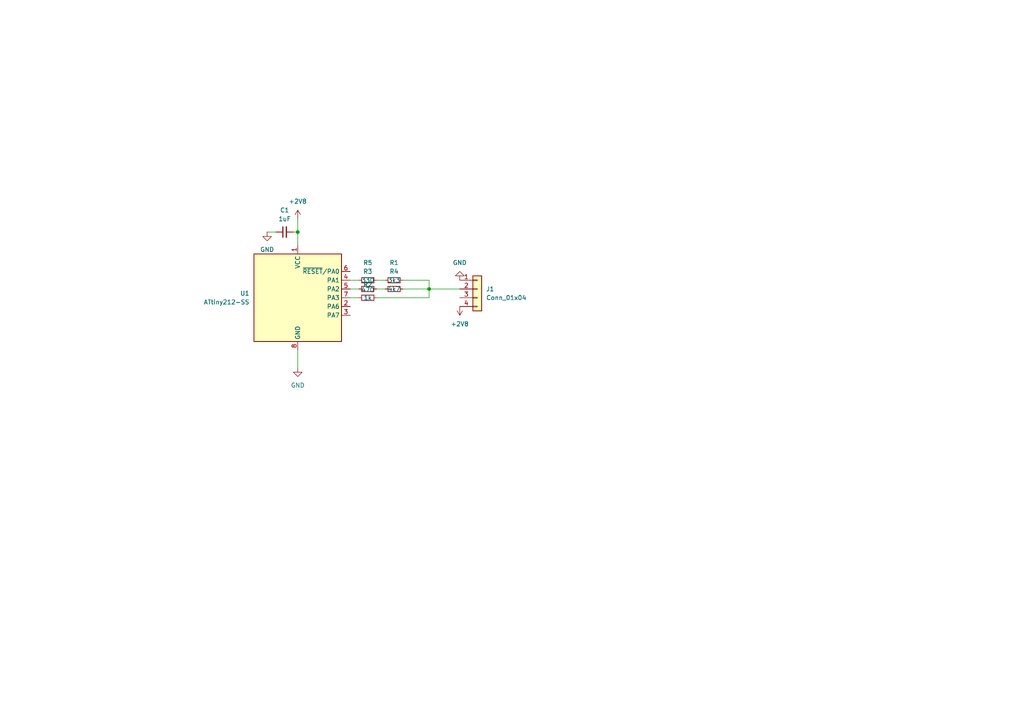
<source format=kicad_sch>
(kicad_sch
	(version 20231120)
	(generator "eeschema")
	(generator_version "8.0")
	(uuid "208fc6d9-621e-4834-8ae8-30a19a9421ea")
	(paper "A4")
	(lib_symbols
		(symbol "Connector_Generic:Conn_01x04"
			(pin_names
				(offset 1.016) hide)
			(exclude_from_sim no)
			(in_bom yes)
			(on_board yes)
			(property "Reference" "J"
				(at 0 5.08 0)
				(effects
					(font
						(size 1.27 1.27)
					)
				)
			)
			(property "Value" "Conn_01x04"
				(at 0 -7.62 0)
				(effects
					(font
						(size 1.27 1.27)
					)
				)
			)
			(property "Footprint" ""
				(at 0 0 0)
				(effects
					(font
						(size 1.27 1.27)
					)
					(hide yes)
				)
			)
			(property "Datasheet" "~"
				(at 0 0 0)
				(effects
					(font
						(size 1.27 1.27)
					)
					(hide yes)
				)
			)
			(property "Description" "Generic connector, single row, 01x04, script generated (kicad-library-utils/schlib/autogen/connector/)"
				(at 0 0 0)
				(effects
					(font
						(size 1.27 1.27)
					)
					(hide yes)
				)
			)
			(property "ki_keywords" "connector"
				(at 0 0 0)
				(effects
					(font
						(size 1.27 1.27)
					)
					(hide yes)
				)
			)
			(property "ki_fp_filters" "Connector*:*_1x??_*"
				(at 0 0 0)
				(effects
					(font
						(size 1.27 1.27)
					)
					(hide yes)
				)
			)
			(symbol "Conn_01x04_1_1"
				(rectangle
					(start -1.27 -4.953)
					(end 0 -5.207)
					(stroke
						(width 0.1524)
						(type default)
					)
					(fill
						(type none)
					)
				)
				(rectangle
					(start -1.27 -2.413)
					(end 0 -2.667)
					(stroke
						(width 0.1524)
						(type default)
					)
					(fill
						(type none)
					)
				)
				(rectangle
					(start -1.27 0.127)
					(end 0 -0.127)
					(stroke
						(width 0.1524)
						(type default)
					)
					(fill
						(type none)
					)
				)
				(rectangle
					(start -1.27 2.667)
					(end 0 2.413)
					(stroke
						(width 0.1524)
						(type default)
					)
					(fill
						(type none)
					)
				)
				(rectangle
					(start -1.27 3.81)
					(end 1.27 -6.35)
					(stroke
						(width 0.254)
						(type default)
					)
					(fill
						(type background)
					)
				)
				(pin passive line
					(at -5.08 2.54 0)
					(length 3.81)
					(name "Pin_1"
						(effects
							(font
								(size 1.27 1.27)
							)
						)
					)
					(number "1"
						(effects
							(font
								(size 1.27 1.27)
							)
						)
					)
				)
				(pin passive line
					(at -5.08 0 0)
					(length 3.81)
					(name "Pin_2"
						(effects
							(font
								(size 1.27 1.27)
							)
						)
					)
					(number "2"
						(effects
							(font
								(size 1.27 1.27)
							)
						)
					)
				)
				(pin passive line
					(at -5.08 -2.54 0)
					(length 3.81)
					(name "Pin_3"
						(effects
							(font
								(size 1.27 1.27)
							)
						)
					)
					(number "3"
						(effects
							(font
								(size 1.27 1.27)
							)
						)
					)
				)
				(pin passive line
					(at -5.08 -5.08 0)
					(length 3.81)
					(name "Pin_4"
						(effects
							(font
								(size 1.27 1.27)
							)
						)
					)
					(number "4"
						(effects
							(font
								(size 1.27 1.27)
							)
						)
					)
				)
			)
		)
		(symbol "Device:C_Small"
			(pin_numbers hide)
			(pin_names
				(offset 0.254) hide)
			(exclude_from_sim no)
			(in_bom yes)
			(on_board yes)
			(property "Reference" "C"
				(at 0.254 1.778 0)
				(effects
					(font
						(size 1.27 1.27)
					)
					(justify left)
				)
			)
			(property "Value" "C_Small"
				(at 0.254 -2.032 0)
				(effects
					(font
						(size 1.27 1.27)
					)
					(justify left)
				)
			)
			(property "Footprint" ""
				(at 0 0 0)
				(effects
					(font
						(size 1.27 1.27)
					)
					(hide yes)
				)
			)
			(property "Datasheet" "~"
				(at 0 0 0)
				(effects
					(font
						(size 1.27 1.27)
					)
					(hide yes)
				)
			)
			(property "Description" "Unpolarized capacitor, small symbol"
				(at 0 0 0)
				(effects
					(font
						(size 1.27 1.27)
					)
					(hide yes)
				)
			)
			(property "ki_keywords" "capacitor cap"
				(at 0 0 0)
				(effects
					(font
						(size 1.27 1.27)
					)
					(hide yes)
				)
			)
			(property "ki_fp_filters" "C_*"
				(at 0 0 0)
				(effects
					(font
						(size 1.27 1.27)
					)
					(hide yes)
				)
			)
			(symbol "C_Small_0_1"
				(polyline
					(pts
						(xy -1.524 -0.508) (xy 1.524 -0.508)
					)
					(stroke
						(width 0.3302)
						(type default)
					)
					(fill
						(type none)
					)
				)
				(polyline
					(pts
						(xy -1.524 0.508) (xy 1.524 0.508)
					)
					(stroke
						(width 0.3048)
						(type default)
					)
					(fill
						(type none)
					)
				)
			)
			(symbol "C_Small_1_1"
				(pin passive line
					(at 0 2.54 270)
					(length 2.032)
					(name "~"
						(effects
							(font
								(size 1.27 1.27)
							)
						)
					)
					(number "1"
						(effects
							(font
								(size 1.27 1.27)
							)
						)
					)
				)
				(pin passive line
					(at 0 -2.54 90)
					(length 2.032)
					(name "~"
						(effects
							(font
								(size 1.27 1.27)
							)
						)
					)
					(number "2"
						(effects
							(font
								(size 1.27 1.27)
							)
						)
					)
				)
			)
		)
		(symbol "Device:R_Small"
			(pin_numbers hide)
			(pin_names
				(offset 0.254) hide)
			(exclude_from_sim no)
			(in_bom yes)
			(on_board yes)
			(property "Reference" "R"
				(at 0.762 0.508 0)
				(effects
					(font
						(size 1.27 1.27)
					)
					(justify left)
				)
			)
			(property "Value" "R_Small"
				(at 0.762 -1.016 0)
				(effects
					(font
						(size 1.27 1.27)
					)
					(justify left)
				)
			)
			(property "Footprint" ""
				(at 0 0 0)
				(effects
					(font
						(size 1.27 1.27)
					)
					(hide yes)
				)
			)
			(property "Datasheet" "~"
				(at 0 0 0)
				(effects
					(font
						(size 1.27 1.27)
					)
					(hide yes)
				)
			)
			(property "Description" "Resistor, small symbol"
				(at 0 0 0)
				(effects
					(font
						(size 1.27 1.27)
					)
					(hide yes)
				)
			)
			(property "ki_keywords" "R resistor"
				(at 0 0 0)
				(effects
					(font
						(size 1.27 1.27)
					)
					(hide yes)
				)
			)
			(property "ki_fp_filters" "R_*"
				(at 0 0 0)
				(effects
					(font
						(size 1.27 1.27)
					)
					(hide yes)
				)
			)
			(symbol "R_Small_0_1"
				(rectangle
					(start -0.762 1.778)
					(end 0.762 -1.778)
					(stroke
						(width 0.2032)
						(type default)
					)
					(fill
						(type none)
					)
				)
			)
			(symbol "R_Small_1_1"
				(pin passive line
					(at 0 2.54 270)
					(length 0.762)
					(name "~"
						(effects
							(font
								(size 1.27 1.27)
							)
						)
					)
					(number "1"
						(effects
							(font
								(size 1.27 1.27)
							)
						)
					)
				)
				(pin passive line
					(at 0 -2.54 90)
					(length 0.762)
					(name "~"
						(effects
							(font
								(size 1.27 1.27)
							)
						)
					)
					(number "2"
						(effects
							(font
								(size 1.27 1.27)
							)
						)
					)
				)
			)
		)
		(symbol "MCU_Microchip_ATtiny:ATtiny212-SS"
			(exclude_from_sim no)
			(in_bom yes)
			(on_board yes)
			(property "Reference" "U"
				(at -12.7 13.97 0)
				(effects
					(font
						(size 1.27 1.27)
					)
					(justify left bottom)
				)
			)
			(property "Value" "ATtiny212-SS"
				(at 2.54 -13.97 0)
				(effects
					(font
						(size 1.27 1.27)
					)
					(justify left top)
				)
			)
			(property "Footprint" "Package_SO:SOIC-8_3.9x4.9mm_P1.27mm"
				(at 0 0 0)
				(effects
					(font
						(size 1.27 1.27)
						(italic yes)
					)
					(hide yes)
				)
			)
			(property "Datasheet" "http://ww1.microchip.com/downloads/en/DeviceDoc/40001911A.pdf"
				(at 0 0 0)
				(effects
					(font
						(size 1.27 1.27)
					)
					(hide yes)
				)
			)
			(property "Description" "20MHz, 2kB Flash, 128B SRAM, 64B EEPROM, SOIC-8"
				(at 0 0 0)
				(effects
					(font
						(size 1.27 1.27)
					)
					(hide yes)
				)
			)
			(property "ki_keywords" "AVR 8bit Microcontroller tinyAVR"
				(at 0 0 0)
				(effects
					(font
						(size 1.27 1.27)
					)
					(hide yes)
				)
			)
			(property "ki_fp_filters" "SOIC*3.9x4.9mm*P1.27mm*"
				(at 0 0 0)
				(effects
					(font
						(size 1.27 1.27)
					)
					(hide yes)
				)
			)
			(symbol "ATtiny212-SS_0_1"
				(rectangle
					(start -12.7 -12.7)
					(end 12.7 12.7)
					(stroke
						(width 0.254)
						(type default)
					)
					(fill
						(type background)
					)
				)
			)
			(symbol "ATtiny212-SS_1_1"
				(pin power_in line
					(at 0 15.24 270)
					(length 2.54)
					(name "VCC"
						(effects
							(font
								(size 1.27 1.27)
							)
						)
					)
					(number "1"
						(effects
							(font
								(size 1.27 1.27)
							)
						)
					)
				)
				(pin bidirectional line
					(at 15.24 -2.54 180)
					(length 2.54)
					(name "PA6"
						(effects
							(font
								(size 1.27 1.27)
							)
						)
					)
					(number "2"
						(effects
							(font
								(size 1.27 1.27)
							)
						)
					)
				)
				(pin bidirectional line
					(at 15.24 -5.08 180)
					(length 2.54)
					(name "PA7"
						(effects
							(font
								(size 1.27 1.27)
							)
						)
					)
					(number "3"
						(effects
							(font
								(size 1.27 1.27)
							)
						)
					)
				)
				(pin bidirectional line
					(at 15.24 5.08 180)
					(length 2.54)
					(name "PA1"
						(effects
							(font
								(size 1.27 1.27)
							)
						)
					)
					(number "4"
						(effects
							(font
								(size 1.27 1.27)
							)
						)
					)
				)
				(pin bidirectional line
					(at 15.24 2.54 180)
					(length 2.54)
					(name "PA2"
						(effects
							(font
								(size 1.27 1.27)
							)
						)
					)
					(number "5"
						(effects
							(font
								(size 1.27 1.27)
							)
						)
					)
				)
				(pin bidirectional line
					(at 15.24 7.62 180)
					(length 2.54)
					(name "~{RESET}/PA0"
						(effects
							(font
								(size 1.27 1.27)
							)
						)
					)
					(number "6"
						(effects
							(font
								(size 1.27 1.27)
							)
						)
					)
				)
				(pin bidirectional line
					(at 15.24 0 180)
					(length 2.54)
					(name "PA3"
						(effects
							(font
								(size 1.27 1.27)
							)
						)
					)
					(number "7"
						(effects
							(font
								(size 1.27 1.27)
							)
						)
					)
				)
				(pin power_in line
					(at 0 -15.24 90)
					(length 2.54)
					(name "GND"
						(effects
							(font
								(size 1.27 1.27)
							)
						)
					)
					(number "8"
						(effects
							(font
								(size 1.27 1.27)
							)
						)
					)
				)
			)
		)
		(symbol "power:+2V8"
			(power)
			(pin_numbers hide)
			(pin_names
				(offset 0) hide)
			(exclude_from_sim no)
			(in_bom yes)
			(on_board yes)
			(property "Reference" "#PWR"
				(at 0 -3.81 0)
				(effects
					(font
						(size 1.27 1.27)
					)
					(hide yes)
				)
			)
			(property "Value" "+2V8"
				(at 0 3.556 0)
				(effects
					(font
						(size 1.27 1.27)
					)
				)
			)
			(property "Footprint" ""
				(at 0 0 0)
				(effects
					(font
						(size 1.27 1.27)
					)
					(hide yes)
				)
			)
			(property "Datasheet" ""
				(at 0 0 0)
				(effects
					(font
						(size 1.27 1.27)
					)
					(hide yes)
				)
			)
			(property "Description" "Power symbol creates a global label with name \"+2V8\""
				(at 0 0 0)
				(effects
					(font
						(size 1.27 1.27)
					)
					(hide yes)
				)
			)
			(property "ki_keywords" "global power"
				(at 0 0 0)
				(effects
					(font
						(size 1.27 1.27)
					)
					(hide yes)
				)
			)
			(symbol "+2V8_0_1"
				(polyline
					(pts
						(xy -0.762 1.27) (xy 0 2.54)
					)
					(stroke
						(width 0)
						(type default)
					)
					(fill
						(type none)
					)
				)
				(polyline
					(pts
						(xy 0 0) (xy 0 2.54)
					)
					(stroke
						(width 0)
						(type default)
					)
					(fill
						(type none)
					)
				)
				(polyline
					(pts
						(xy 0 2.54) (xy 0.762 1.27)
					)
					(stroke
						(width 0)
						(type default)
					)
					(fill
						(type none)
					)
				)
			)
			(symbol "+2V8_1_1"
				(pin power_in line
					(at 0 0 90)
					(length 0)
					(name "~"
						(effects
							(font
								(size 1.27 1.27)
							)
						)
					)
					(number "1"
						(effects
							(font
								(size 1.27 1.27)
							)
						)
					)
				)
			)
		)
		(symbol "power:GND"
			(power)
			(pin_numbers hide)
			(pin_names
				(offset 0) hide)
			(exclude_from_sim no)
			(in_bom yes)
			(on_board yes)
			(property "Reference" "#PWR"
				(at 0 -6.35 0)
				(effects
					(font
						(size 1.27 1.27)
					)
					(hide yes)
				)
			)
			(property "Value" "GND"
				(at 0 -3.81 0)
				(effects
					(font
						(size 1.27 1.27)
					)
				)
			)
			(property "Footprint" ""
				(at 0 0 0)
				(effects
					(font
						(size 1.27 1.27)
					)
					(hide yes)
				)
			)
			(property "Datasheet" ""
				(at 0 0 0)
				(effects
					(font
						(size 1.27 1.27)
					)
					(hide yes)
				)
			)
			(property "Description" "Power symbol creates a global label with name \"GND\" , ground"
				(at 0 0 0)
				(effects
					(font
						(size 1.27 1.27)
					)
					(hide yes)
				)
			)
			(property "ki_keywords" "global power"
				(at 0 0 0)
				(effects
					(font
						(size 1.27 1.27)
					)
					(hide yes)
				)
			)
			(symbol "GND_0_1"
				(polyline
					(pts
						(xy 0 0) (xy 0 -1.27) (xy 1.27 -1.27) (xy 0 -2.54) (xy -1.27 -1.27) (xy 0 -1.27)
					)
					(stroke
						(width 0)
						(type default)
					)
					(fill
						(type none)
					)
				)
			)
			(symbol "GND_1_1"
				(pin power_in line
					(at 0 0 270)
					(length 0)
					(name "~"
						(effects
							(font
								(size 1.27 1.27)
							)
						)
					)
					(number "1"
						(effects
							(font
								(size 1.27 1.27)
							)
						)
					)
				)
			)
		)
	)
	(junction
		(at 124.46 83.82)
		(diameter 0)
		(color 0 0 0 0)
		(uuid "03596298-f73b-4baf-846f-d463153df3b2")
	)
	(junction
		(at 86.36 67.31)
		(diameter 0)
		(color 0 0 0 0)
		(uuid "a17906f1-ed24-436a-a8f8-7639679633c3")
	)
	(wire
		(pts
			(xy 124.46 83.82) (xy 133.35 83.82)
		)
		(stroke
			(width 0)
			(type default)
		)
		(uuid "003c7e33-f9d9-4c89-a1f7-2ff1ad302b11")
	)
	(wire
		(pts
			(xy 86.36 63.5) (xy 86.36 67.31)
		)
		(stroke
			(width 0)
			(type default)
		)
		(uuid "11dc7a13-cc56-47ef-b9fb-e5c3b3b6e68b")
	)
	(wire
		(pts
			(xy 77.47 67.31) (xy 80.01 67.31)
		)
		(stroke
			(width 0)
			(type default)
		)
		(uuid "2e262b7d-e1df-48d9-b632-8ea5daa1b642")
	)
	(wire
		(pts
			(xy 101.6 83.82) (xy 104.14 83.82)
		)
		(stroke
			(width 0)
			(type default)
		)
		(uuid "4735069a-746d-4ffe-997a-45d72df4dfcc")
	)
	(wire
		(pts
			(xy 85.09 67.31) (xy 86.36 67.31)
		)
		(stroke
			(width 0)
			(type default)
		)
		(uuid "4ea77519-4269-4ace-8df4-d16c5f8d9e1f")
	)
	(wire
		(pts
			(xy 109.22 86.36) (xy 124.46 86.36)
		)
		(stroke
			(width 0)
			(type default)
		)
		(uuid "4ea8443a-b728-4a54-ac35-d6600e187af9")
	)
	(wire
		(pts
			(xy 109.22 81.28) (xy 111.76 81.28)
		)
		(stroke
			(width 0)
			(type default)
		)
		(uuid "55c0765a-fd33-474c-9a04-55a141a7f82b")
	)
	(wire
		(pts
			(xy 116.84 81.28) (xy 124.46 81.28)
		)
		(stroke
			(width 0)
			(type default)
		)
		(uuid "5ec2612d-ab75-48fc-9abc-48fbeccf4050")
	)
	(wire
		(pts
			(xy 109.22 83.82) (xy 111.76 83.82)
		)
		(stroke
			(width 0)
			(type default)
		)
		(uuid "60c0e429-8d1c-46b6-a286-eb0ef25304cb")
	)
	(wire
		(pts
			(xy 124.46 86.36) (xy 124.46 83.82)
		)
		(stroke
			(width 0)
			(type default)
		)
		(uuid "6d65e592-bb69-49b4-a252-9925a08a19b3")
	)
	(wire
		(pts
			(xy 86.36 101.6) (xy 86.36 106.68)
		)
		(stroke
			(width 0)
			(type default)
		)
		(uuid "8cd563ce-bb5c-40d2-b7af-1486a36ffc71")
	)
	(wire
		(pts
			(xy 86.36 67.31) (xy 86.36 71.12)
		)
		(stroke
			(width 0)
			(type default)
		)
		(uuid "9a0548d4-4b9a-4c78-9314-b5fb776fa17b")
	)
	(wire
		(pts
			(xy 116.84 83.82) (xy 124.46 83.82)
		)
		(stroke
			(width 0)
			(type default)
		)
		(uuid "bc668fc6-7097-4d2a-abd0-7c6e39784e60")
	)
	(wire
		(pts
			(xy 101.6 86.36) (xy 104.14 86.36)
		)
		(stroke
			(width 0)
			(type default)
		)
		(uuid "c3f7db56-00a9-4a9d-a239-13f83b9ef887")
	)
	(wire
		(pts
			(xy 101.6 81.28) (xy 104.14 81.28)
		)
		(stroke
			(width 0)
			(type default)
		)
		(uuid "d71b65d8-47ec-4821-863d-547c49447791")
	)
	(wire
		(pts
			(xy 124.46 83.82) (xy 124.46 81.28)
		)
		(stroke
			(width 0)
			(type default)
		)
		(uuid "f4ae13b1-9d41-4cb7-a74f-51c8ec4c7613")
	)
	(symbol
		(lib_id "power:+2V8")
		(at 133.35 88.9 180)
		(unit 1)
		(exclude_from_sim no)
		(in_bom yes)
		(on_board yes)
		(dnp no)
		(fields_autoplaced yes)
		(uuid "0763d92c-88ee-4873-8e39-ae0f70da8517")
		(property "Reference" "#PWR5"
			(at 133.35 85.09 0)
			(effects
				(font
					(size 1.27 1.27)
				)
				(hide yes)
			)
		)
		(property "Value" "+2V8"
			(at 133.35 93.98 0)
			(effects
				(font
					(size 1.27 1.27)
				)
			)
		)
		(property "Footprint" ""
			(at 133.35 88.9 0)
			(effects
				(font
					(size 1.27 1.27)
				)
				(hide yes)
			)
		)
		(property "Datasheet" ""
			(at 133.35 88.9 0)
			(effects
				(font
					(size 1.27 1.27)
				)
				(hide yes)
			)
		)
		(property "Description" "Power symbol creates a global label with name \"+2V8\""
			(at 133.35 88.9 0)
			(effects
				(font
					(size 1.27 1.27)
				)
				(hide yes)
			)
		)
		(pin "1"
			(uuid "70fea23a-8330-464f-b4e5-f785940dc120")
		)
		(instances
			(project "at212-40d18-i2c-alt"
				(path "/208fc6d9-621e-4834-8ae8-30a19a9421ea"
					(reference "#PWR5")
					(unit 1)
				)
			)
		)
	)
	(symbol
		(lib_id "Connector_Generic:Conn_01x04")
		(at 138.43 83.82 0)
		(unit 1)
		(exclude_from_sim no)
		(in_bom yes)
		(on_board yes)
		(dnp no)
		(fields_autoplaced yes)
		(uuid "0a78ecb9-d373-4fb1-82a3-9bc36060ba32")
		(property "Reference" "J1"
			(at 140.97 83.8199 0)
			(effects
				(font
					(size 1.27 1.27)
				)
				(justify left)
			)
		)
		(property "Value" "Conn_01x04"
			(at 140.97 86.3599 0)
			(effects
				(font
					(size 1.27 1.27)
				)
				(justify left)
			)
		)
		(property "Footprint" "Sony:Connector_Sony_Remote"
			(at 138.43 83.82 0)
			(effects
				(font
					(size 1.27 1.27)
				)
				(hide yes)
			)
		)
		(property "Datasheet" "~"
			(at 138.43 83.82 0)
			(effects
				(font
					(size 1.27 1.27)
				)
				(hide yes)
			)
		)
		(property "Description" "Generic connector, single row, 01x04, script generated (kicad-library-utils/schlib/autogen/connector/)"
			(at 138.43 83.82 0)
			(effects
				(font
					(size 1.27 1.27)
				)
				(hide yes)
			)
		)
		(pin "3"
			(uuid "d817aeea-76f8-4b19-b481-57dbef244bdf")
		)
		(pin "2"
			(uuid "af566c4d-f992-49db-a3ed-b0abce69634d")
		)
		(pin "1"
			(uuid "bff2b615-4324-44c7-a9d6-8f81e3a1b48b")
		)
		(pin "4"
			(uuid "c02a66bd-65e7-4af9-af87-dfe1f057bdeb")
		)
		(instances
			(project ""
				(path "/208fc6d9-621e-4834-8ae8-30a19a9421ea"
					(reference "J1")
					(unit 1)
				)
			)
		)
	)
	(symbol
		(lib_id "power:GND")
		(at 77.47 67.31 0)
		(unit 1)
		(exclude_from_sim no)
		(in_bom yes)
		(on_board yes)
		(dnp no)
		(fields_autoplaced yes)
		(uuid "0f9e938d-d8c8-4eb8-b450-210f6865258e")
		(property "Reference" "#PWR3"
			(at 77.47 73.66 0)
			(effects
				(font
					(size 1.27 1.27)
				)
				(hide yes)
			)
		)
		(property "Value" "GND"
			(at 77.47 72.39 0)
			(effects
				(font
					(size 1.27 1.27)
				)
			)
		)
		(property "Footprint" ""
			(at 77.47 67.31 0)
			(effects
				(font
					(size 1.27 1.27)
				)
				(hide yes)
			)
		)
		(property "Datasheet" ""
			(at 77.47 67.31 0)
			(effects
				(font
					(size 1.27 1.27)
				)
				(hide yes)
			)
		)
		(property "Description" "Power symbol creates a global label with name \"GND\" , ground"
			(at 77.47 67.31 0)
			(effects
				(font
					(size 1.27 1.27)
				)
				(hide yes)
			)
		)
		(pin "1"
			(uuid "a19444ef-66c5-4c06-b8bd-13676de85c95")
		)
		(instances
			(project "at212-40d18-i2c-alt"
				(path "/208fc6d9-621e-4834-8ae8-30a19a9421ea"
					(reference "#PWR3")
					(unit 1)
				)
			)
		)
	)
	(symbol
		(lib_id "MCU_Microchip_ATtiny:ATtiny212-SS")
		(at 86.36 86.36 0)
		(unit 1)
		(exclude_from_sim no)
		(in_bom yes)
		(on_board yes)
		(dnp no)
		(fields_autoplaced yes)
		(uuid "2aa23121-7468-4a3b-bd49-660b4c1e8e8c")
		(property "Reference" "U1"
			(at 72.39 85.0899 0)
			(effects
				(font
					(size 1.27 1.27)
				)
				(justify right)
			)
		)
		(property "Value" "ATtiny212-SS"
			(at 72.39 87.6299 0)
			(effects
				(font
					(size 1.27 1.27)
				)
				(justify right)
			)
		)
		(property "Footprint" "Package_SO:SOIC-8_3.9x4.9mm_P1.27mm"
			(at 86.36 86.36 0)
			(effects
				(font
					(size 1.27 1.27)
					(italic yes)
				)
				(hide yes)
			)
		)
		(property "Datasheet" "http://ww1.microchip.com/downloads/en/DeviceDoc/40001911A.pdf"
			(at 86.36 86.36 0)
			(effects
				(font
					(size 1.27 1.27)
				)
				(hide yes)
			)
		)
		(property "Description" "20MHz, 2kB Flash, 128B SRAM, 64B EEPROM, SOIC-8"
			(at 86.36 86.36 0)
			(effects
				(font
					(size 1.27 1.27)
				)
				(hide yes)
			)
		)
		(pin "1"
			(uuid "d1d0a395-0666-45d8-b1db-e68aa69397de")
		)
		(pin "3"
			(uuid "a6b999a7-820f-4574-bd79-d84653862c1f")
		)
		(pin "4"
			(uuid "c8971a76-edc9-4e0d-9719-976a372167fe")
		)
		(pin "5"
			(uuid "547834ed-b6ed-47a2-b603-93906b020942")
		)
		(pin "8"
			(uuid "836c896c-47cb-4132-9a7a-e5be6cbbea14")
		)
		(pin "2"
			(uuid "00c1d904-bf35-4144-913a-e27df2e14d59")
		)
		(pin "6"
			(uuid "049e87e0-bf35-4b5b-a8a3-64a624160a5f")
		)
		(pin "7"
			(uuid "ac970ed7-b12e-4b05-bb55-c397802cc887")
		)
		(instances
			(project ""
				(path "/208fc6d9-621e-4834-8ae8-30a19a9421ea"
					(reference "U1")
					(unit 1)
				)
			)
		)
	)
	(symbol
		(lib_id "Device:R_Small")
		(at 114.3 83.82 90)
		(unit 1)
		(exclude_from_sim no)
		(in_bom yes)
		(on_board yes)
		(dnp no)
		(uuid "48145db8-c8a2-401b-bbdd-359edd8a46d1")
		(property "Reference" "R4"
			(at 114.3 78.74 90)
			(effects
				(font
					(size 1.27 1.27)
				)
			)
		)
		(property "Value" "4k7"
			(at 114.3 83.82 90)
			(effects
				(font
					(size 1.27 1.27)
				)
			)
		)
		(property "Footprint" "Resistor_SMD:R_0805_2012Metric"
			(at 114.3 83.82 0)
			(effects
				(font
					(size 1.27 1.27)
				)
				(hide yes)
			)
		)
		(property "Datasheet" "~"
			(at 114.3 83.82 0)
			(effects
				(font
					(size 1.27 1.27)
				)
				(hide yes)
			)
		)
		(property "Description" "Resistor, small symbol"
			(at 114.3 83.82 0)
			(effects
				(font
					(size 1.27 1.27)
				)
				(hide yes)
			)
		)
		(pin "1"
			(uuid "06b28a1a-ac41-4b59-a754-499978d9d5ee")
		)
		(pin "2"
			(uuid "92b69a13-21be-4208-98ed-715722cac3c9")
		)
		(instances
			(project "at212-40d18-i2c-alt"
				(path "/208fc6d9-621e-4834-8ae8-30a19a9421ea"
					(reference "R4")
					(unit 1)
				)
			)
		)
	)
	(symbol
		(lib_id "Device:R_Small")
		(at 114.3 81.28 90)
		(unit 1)
		(exclude_from_sim no)
		(in_bom yes)
		(on_board yes)
		(dnp no)
		(uuid "5fde1dd8-76ec-4357-bf70-832f99094e87")
		(property "Reference" "R1"
			(at 114.3 76.2 90)
			(effects
				(font
					(size 1.27 1.27)
				)
			)
		)
		(property "Value" "3k3"
			(at 114.3 81.28 90)
			(effects
				(font
					(size 1.27 1.27)
				)
			)
		)
		(property "Footprint" "Resistor_SMD:R_0805_2012Metric"
			(at 114.3 81.28 0)
			(effects
				(font
					(size 1.27 1.27)
				)
				(hide yes)
			)
		)
		(property "Datasheet" "~"
			(at 114.3 81.28 0)
			(effects
				(font
					(size 1.27 1.27)
				)
				(hide yes)
			)
		)
		(property "Description" "Resistor, small symbol"
			(at 114.3 81.28 0)
			(effects
				(font
					(size 1.27 1.27)
				)
				(hide yes)
			)
		)
		(pin "1"
			(uuid "a393aaae-6f7c-4640-83f6-b30296fd1a2f")
		)
		(pin "2"
			(uuid "b425108d-57ee-45da-ac03-0e59c899201b")
		)
		(instances
			(project "at212-40d18-i2c-alt"
				(path "/208fc6d9-621e-4834-8ae8-30a19a9421ea"
					(reference "R1")
					(unit 1)
				)
			)
		)
	)
	(symbol
		(lib_id "power:GND")
		(at 133.35 81.28 180)
		(unit 1)
		(exclude_from_sim no)
		(in_bom yes)
		(on_board yes)
		(dnp no)
		(fields_autoplaced yes)
		(uuid "72ba7362-add8-48b7-9443-b1d68584b893")
		(property "Reference" "#PWR4"
			(at 133.35 74.93 0)
			(effects
				(font
					(size 1.27 1.27)
				)
				(hide yes)
			)
		)
		(property "Value" "GND"
			(at 133.35 76.2 0)
			(effects
				(font
					(size 1.27 1.27)
				)
			)
		)
		(property "Footprint" ""
			(at 133.35 81.28 0)
			(effects
				(font
					(size 1.27 1.27)
				)
				(hide yes)
			)
		)
		(property "Datasheet" ""
			(at 133.35 81.28 0)
			(effects
				(font
					(size 1.27 1.27)
				)
				(hide yes)
			)
		)
		(property "Description" "Power symbol creates a global label with name \"GND\" , ground"
			(at 133.35 81.28 0)
			(effects
				(font
					(size 1.27 1.27)
				)
				(hide yes)
			)
		)
		(pin "1"
			(uuid "14ba842c-6ad6-43f4-8725-b8ffb0af6e0e")
		)
		(instances
			(project "at212-40d18-i2c-alt"
				(path "/208fc6d9-621e-4834-8ae8-30a19a9421ea"
					(reference "#PWR4")
					(unit 1)
				)
			)
		)
	)
	(symbol
		(lib_id "power:GND")
		(at 86.36 106.68 0)
		(unit 1)
		(exclude_from_sim no)
		(in_bom yes)
		(on_board yes)
		(dnp no)
		(fields_autoplaced yes)
		(uuid "98f0edc4-6e8b-4f03-8a6e-a7d688dd4d4d")
		(property "Reference" "#PWR2"
			(at 86.36 113.03 0)
			(effects
				(font
					(size 1.27 1.27)
				)
				(hide yes)
			)
		)
		(property "Value" "GND"
			(at 86.36 111.76 0)
			(effects
				(font
					(size 1.27 1.27)
				)
			)
		)
		(property "Footprint" ""
			(at 86.36 106.68 0)
			(effects
				(font
					(size 1.27 1.27)
				)
				(hide yes)
			)
		)
		(property "Datasheet" ""
			(at 86.36 106.68 0)
			(effects
				(font
					(size 1.27 1.27)
				)
				(hide yes)
			)
		)
		(property "Description" "Power symbol creates a global label with name \"GND\" , ground"
			(at 86.36 106.68 0)
			(effects
				(font
					(size 1.27 1.27)
				)
				(hide yes)
			)
		)
		(pin "1"
			(uuid "f63e0a3d-0504-43cd-b096-5e318ef9051a")
		)
		(instances
			(project ""
				(path "/208fc6d9-621e-4834-8ae8-30a19a9421ea"
					(reference "#PWR2")
					(unit 1)
				)
			)
		)
	)
	(symbol
		(lib_id "Device:R_Small")
		(at 106.68 81.28 90)
		(unit 1)
		(exclude_from_sim no)
		(in_bom yes)
		(on_board yes)
		(dnp no)
		(uuid "b3383978-bbdd-41d7-8938-f978180be32e")
		(property "Reference" "R5"
			(at 106.68 76.2 90)
			(effects
				(font
					(size 1.27 1.27)
				)
			)
		)
		(property "Value" "330"
			(at 106.68 81.28 90)
			(effects
				(font
					(size 1.27 1.27)
				)
			)
		)
		(property "Footprint" "Resistor_SMD:R_0805_2012Metric"
			(at 106.68 81.28 0)
			(effects
				(font
					(size 1.27 1.27)
				)
				(hide yes)
			)
		)
		(property "Datasheet" "~"
			(at 106.68 81.28 0)
			(effects
				(font
					(size 1.27 1.27)
				)
				(hide yes)
			)
		)
		(property "Description" "Resistor, small symbol"
			(at 106.68 81.28 0)
			(effects
				(font
					(size 1.27 1.27)
				)
				(hide yes)
			)
		)
		(pin "1"
			(uuid "849dc6a4-fef6-4c3b-98cc-4a2640f352c4")
		)
		(pin "2"
			(uuid "99a72807-4879-4c22-b828-57708a17c90b")
		)
		(instances
			(project ""
				(path "/208fc6d9-621e-4834-8ae8-30a19a9421ea"
					(reference "R5")
					(unit 1)
				)
			)
		)
	)
	(symbol
		(lib_id "power:+2V8")
		(at 86.36 63.5 0)
		(unit 1)
		(exclude_from_sim no)
		(in_bom yes)
		(on_board yes)
		(dnp no)
		(fields_autoplaced yes)
		(uuid "bc0e2b0a-7648-42ae-b41b-8e6e9e66a628")
		(property "Reference" "#PWR1"
			(at 86.36 67.31 0)
			(effects
				(font
					(size 1.27 1.27)
				)
				(hide yes)
			)
		)
		(property "Value" "+2V8"
			(at 86.36 58.42 0)
			(effects
				(font
					(size 1.27 1.27)
				)
			)
		)
		(property "Footprint" ""
			(at 86.36 63.5 0)
			(effects
				(font
					(size 1.27 1.27)
				)
				(hide yes)
			)
		)
		(property "Datasheet" ""
			(at 86.36 63.5 0)
			(effects
				(font
					(size 1.27 1.27)
				)
				(hide yes)
			)
		)
		(property "Description" "Power symbol creates a global label with name \"+2V8\""
			(at 86.36 63.5 0)
			(effects
				(font
					(size 1.27 1.27)
				)
				(hide yes)
			)
		)
		(pin "1"
			(uuid "42f3de3c-73a4-4c92-980e-fee2811f68dc")
		)
		(instances
			(project ""
				(path "/208fc6d9-621e-4834-8ae8-30a19a9421ea"
					(reference "#PWR1")
					(unit 1)
				)
			)
		)
	)
	(symbol
		(lib_id "Device:C_Small")
		(at 82.55 67.31 90)
		(unit 1)
		(exclude_from_sim no)
		(in_bom yes)
		(on_board yes)
		(dnp no)
		(fields_autoplaced yes)
		(uuid "c3ca0850-31d8-450f-a923-fd0497e32809")
		(property "Reference" "C1"
			(at 82.5563 60.96 90)
			(effects
				(font
					(size 1.27 1.27)
				)
			)
		)
		(property "Value" "1uF"
			(at 82.5563 63.5 90)
			(effects
				(font
					(size 1.27 1.27)
				)
			)
		)
		(property "Footprint" "Capacitor_SMD:C_0805_2012Metric_Pad1.18x1.45mm_HandSolder"
			(at 82.55 67.31 0)
			(effects
				(font
					(size 1.27 1.27)
				)
				(hide yes)
			)
		)
		(property "Datasheet" "~"
			(at 82.55 67.31 0)
			(effects
				(font
					(size 1.27 1.27)
				)
				(hide yes)
			)
		)
		(property "Description" "Unpolarized capacitor, small symbol"
			(at 82.55 67.31 0)
			(effects
				(font
					(size 1.27 1.27)
				)
				(hide yes)
			)
		)
		(pin "2"
			(uuid "6f25b5ca-19df-46da-a84b-8ec83c7eff27")
		)
		(pin "1"
			(uuid "a2dbc27d-e0f6-473e-8bdf-a6a69753a5ad")
		)
		(instances
			(project ""
				(path "/208fc6d9-621e-4834-8ae8-30a19a9421ea"
					(reference "C1")
					(unit 1)
				)
			)
		)
	)
	(symbol
		(lib_id "Device:R_Small")
		(at 106.68 86.36 90)
		(unit 1)
		(exclude_from_sim no)
		(in_bom yes)
		(on_board yes)
		(dnp no)
		(uuid "eb752e81-6c1f-4fec-af02-60a2fd1dd6d1")
		(property "Reference" "R2"
			(at 106.68 82.55 90)
			(effects
				(font
					(size 1.27 1.27)
				)
			)
		)
		(property "Value" "1k"
			(at 106.68 86.36 90)
			(effects
				(font
					(size 1.27 1.27)
				)
			)
		)
		(property "Footprint" "Resistor_SMD:R_0805_2012Metric_Pad1.20x1.40mm_HandSolder"
			(at 106.68 86.36 0)
			(effects
				(font
					(size 1.27 1.27)
				)
				(hide yes)
			)
		)
		(property "Datasheet" "~"
			(at 106.68 86.36 0)
			(effects
				(font
					(size 1.27 1.27)
				)
				(hide yes)
			)
		)
		(property "Description" "Resistor, small symbol"
			(at 106.68 86.36 0)
			(effects
				(font
					(size 1.27 1.27)
				)
				(hide yes)
			)
		)
		(pin "1"
			(uuid "ee3d4eb3-d412-49d9-9037-efe8667be8bb")
		)
		(pin "2"
			(uuid "56d42184-4aff-467b-a41a-7d1ae5c0c53b")
		)
		(instances
			(project "at212-40d18-i2c-alt"
				(path "/208fc6d9-621e-4834-8ae8-30a19a9421ea"
					(reference "R2")
					(unit 1)
				)
			)
		)
	)
	(symbol
		(lib_id "Device:R_Small")
		(at 106.68 83.82 90)
		(unit 1)
		(exclude_from_sim no)
		(in_bom yes)
		(on_board yes)
		(dnp no)
		(uuid "ed5d2ed7-e982-472c-bef1-a1553514df68")
		(property "Reference" "R3"
			(at 106.68 78.74 90)
			(effects
				(font
					(size 1.27 1.27)
				)
			)
		)
		(property "Value" "470"
			(at 106.68 84.074 90)
			(effects
				(font
					(size 1.27 1.27)
				)
			)
		)
		(property "Footprint" "Resistor_SMD:R_0805_2012Metric"
			(at 106.68 83.82 0)
			(effects
				(font
					(size 1.27 1.27)
				)
				(hide yes)
			)
		)
		(property "Datasheet" "~"
			(at 106.68 83.82 0)
			(effects
				(font
					(size 1.27 1.27)
				)
				(hide yes)
			)
		)
		(property "Description" "Resistor, small symbol"
			(at 106.68 83.82 0)
			(effects
				(font
					(size 1.27 1.27)
				)
				(hide yes)
			)
		)
		(pin "1"
			(uuid "6addfde0-82fb-40bc-b89d-be4c604fc6dc")
		)
		(pin "2"
			(uuid "aef7ddb4-88bc-4fa6-a377-a0257cd50bc8")
		)
		(instances
			(project "at212-40d18-i2c-alt"
				(path "/208fc6d9-621e-4834-8ae8-30a19a9421ea"
					(reference "R3")
					(unit 1)
				)
			)
		)
	)
	(sheet_instances
		(path "/"
			(page "1")
		)
	)
)

</source>
